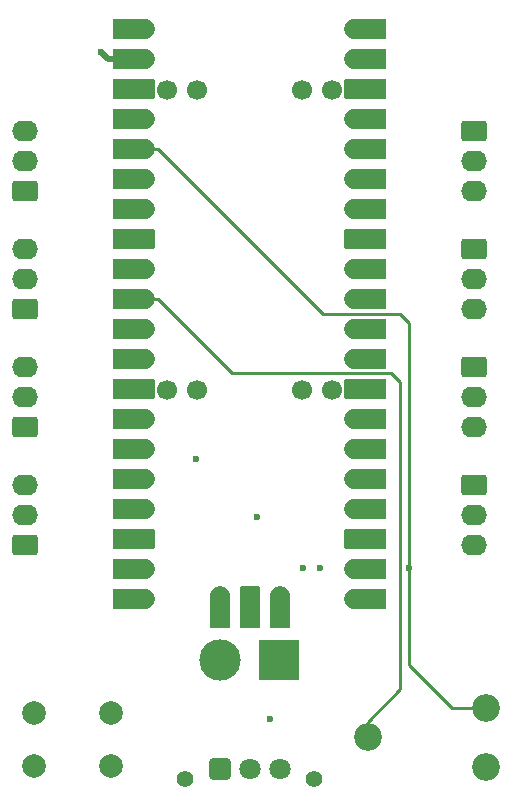
<source format=gbl>
%TF.GenerationSoftware,KiCad,Pcbnew,7.0.9*%
%TF.CreationDate,2023-11-19T18:12:56+00:00*%
%TF.ProjectId,12v-jelly,3132762d-6a65-46c6-9c79-2e6b69636164,rev?*%
%TF.SameCoordinates,Original*%
%TF.FileFunction,Copper,L4,Bot*%
%TF.FilePolarity,Positive*%
%FSLAX46Y46*%
G04 Gerber Fmt 4.6, Leading zero omitted, Abs format (unit mm)*
G04 Created by KiCad (PCBNEW 7.0.9) date 2023-11-19 18:12:56*
%MOMM*%
%LPD*%
G01*
G04 APERTURE LIST*
G04 Aperture macros list*
%AMRoundRect*
0 Rectangle with rounded corners*
0 $1 Rounding radius*
0 $2 $3 $4 $5 $6 $7 $8 $9 X,Y pos of 4 corners*
0 Add a 4 corners polygon primitive as box body*
4,1,4,$2,$3,$4,$5,$6,$7,$8,$9,$2,$3,0*
0 Add four circle primitives for the rounded corners*
1,1,$1+$1,$2,$3*
1,1,$1+$1,$4,$5*
1,1,$1+$1,$6,$7*
1,1,$1+$1,$8,$9*
0 Add four rect primitives between the rounded corners*
20,1,$1+$1,$2,$3,$4,$5,0*
20,1,$1+$1,$4,$5,$6,$7,0*
20,1,$1+$1,$6,$7,$8,$9,0*
20,1,$1+$1,$8,$9,$2,$3,0*%
%AMFreePoly0*
4,1,20,-1.750000,0.850000,0.900000,0.850000,1.014750,0.842219,1.193119,0.797860,1.357783,0.716195,1.501041,0.601041,1.616195,0.457783,1.697860,0.293119,1.742219,0.114750,1.750000,0.000000,1.742219,-0.114750,1.697860,-0.293119,1.616195,-0.457783,1.501041,-0.601041,1.357783,-0.716195,1.193119,-0.797860,1.014750,-0.842219,0.900000,-0.850000,-1.750000,-0.850000,-1.750000,0.850000,
-1.750000,0.850000,$1*%
%AMFreePoly1*
4,1,13,-1.750000,0.850000,1.580000,0.850000,1.645056,0.837060,1.700208,0.800208,1.737060,0.745056,1.750000,0.680000,1.750000,-0.680000,1.737060,-0.745056,1.700208,-0.800208,1.645056,-0.837060,1.580000,-0.850000,-1.750000,-0.850000,-1.750000,0.850000,-1.750000,0.850000,$1*%
%AMFreePoly2*
4,1,21,-1.750000,0.000000,-1.742219,0.114750,-1.697860,0.293119,-1.616195,0.457783,-1.501041,0.601041,-1.357783,0.716195,-1.193119,0.797860,-1.014750,0.842219,-0.900000,0.850000,1.750000,0.850000,1.750000,-0.850000,-0.900000,-0.850000,-1.014750,-0.842219,-1.193119,-0.797860,-1.357783,-0.716195,-1.501041,-0.601041,-1.616195,-0.457783,-1.697860,-0.293119,-1.742219,-0.114750,-1.750000,0.000000,
-1.750000,0.000000,-1.750000,0.000000,$1*%
%AMFreePoly3*
4,1,13,-1.750000,0.680000,-1.737060,0.745056,-1.700208,0.800208,-1.645056,0.837060,-1.580000,0.850000,1.750000,0.850000,1.750000,-0.850000,-1.580000,-0.850000,-1.645056,-0.837060,-1.700208,-0.800208,-1.737060,-0.745056,-1.750000,-0.680000,-1.750000,0.680000,-1.750000,0.680000,$1*%
G04 Aperture macros list end*
%TA.AperFunction,ComponentPad*%
%ADD10RoundRect,0.250000X-0.845000X0.620000X-0.845000X-0.620000X0.845000X-0.620000X0.845000X0.620000X0*%
%TD*%
%TA.AperFunction,ComponentPad*%
%ADD11O,2.190000X1.740000*%
%TD*%
%TA.AperFunction,ComponentPad*%
%ADD12C,1.700000*%
%TD*%
%TA.AperFunction,ComponentPad*%
%ADD13RoundRect,0.250000X0.845000X-0.620000X0.845000X0.620000X-0.845000X0.620000X-0.845000X-0.620000X0*%
%TD*%
%TA.AperFunction,ComponentPad*%
%ADD14C,2.000000*%
%TD*%
%TA.AperFunction,ComponentPad*%
%ADD15RoundRect,0.248400X-0.651600X-0.651600X0.651600X-0.651600X0.651600X0.651600X-0.651600X0.651600X0*%
%TD*%
%TA.AperFunction,ComponentPad*%
%ADD16C,1.800000*%
%TD*%
%TA.AperFunction,ComponentPad*%
%ADD17C,2.340000*%
%TD*%
%TA.AperFunction,SMDPad,CuDef*%
%ADD18FreePoly0,180.000000*%
%TD*%
%TA.AperFunction,SMDPad,CuDef*%
%ADD19FreePoly1,180.000000*%
%TD*%
%TA.AperFunction,SMDPad,CuDef*%
%ADD20FreePoly2,180.000000*%
%TD*%
%TA.AperFunction,SMDPad,CuDef*%
%ADD21FreePoly3,180.000000*%
%TD*%
%TA.AperFunction,SMDPad,CuDef*%
%ADD22FreePoly0,90.000000*%
%TD*%
%TA.AperFunction,SMDPad,CuDef*%
%ADD23FreePoly1,90.000000*%
%TD*%
%TA.AperFunction,ComponentPad*%
%ADD24C,1.400000*%
%TD*%
%TA.AperFunction,ComponentPad*%
%ADD25R,3.500000X3.500000*%
%TD*%
%TA.AperFunction,ComponentPad*%
%ADD26C,3.500000*%
%TD*%
%TA.AperFunction,ViaPad*%
%ADD27C,0.600000*%
%TD*%
%TA.AperFunction,Conductor*%
%ADD28C,0.500000*%
%TD*%
%TA.AperFunction,Conductor*%
%ADD29C,0.250000*%
%TD*%
G04 APERTURE END LIST*
D10*
%TO.P,J6,1,Pin_1*%
%TO.N,GND*%
X99000000Y-30460000D03*
D11*
%TO.P,J6,2,Pin_2*%
%TO.N,Net-(J6-Pin_2)*%
X99000000Y-33000000D03*
%TO.P,J6,3,Pin_3*%
%TO.N,+5V*%
X99000000Y-35540000D03*
%TD*%
D12*
%TO.P,U3,1,IN+*%
%TO.N,Net-(J1-Pin_2)*%
X73015000Y-52400000D03*
X75555000Y-52400000D03*
%TO.P,U3,2,IN-*%
%TO.N,Net-(J1-Pin_1)*%
X84445000Y-52400000D03*
X86985000Y-52400000D03*
%TO.P,U3,3,OUT+*%
%TO.N,+5V*%
X73015000Y-27000000D03*
X75555000Y-27000000D03*
%TO.P,U3,4,OUT-*%
%TO.N,GND*%
X84445000Y-27000000D03*
X86985000Y-27000000D03*
%TD*%
D13*
%TO.P,J8,1,Pin_1*%
%TO.N,GND*%
X61000000Y-45540000D03*
D11*
%TO.P,J8,2,Pin_2*%
%TO.N,Net-(J8-Pin_2)*%
X61000000Y-43000000D03*
%TO.P,J8,3,Pin_3*%
%TO.N,+5V*%
X61000000Y-40460000D03*
%TD*%
D14*
%TO.P,SW2,1,1*%
%TO.N,GND*%
X68250000Y-84250000D03*
X61750000Y-84250000D03*
%TO.P,SW2,2,2*%
%TO.N,/SW0*%
X68250000Y-79750000D03*
X61750000Y-79750000D03*
%TD*%
D10*
%TO.P,J5,1,Pin_1*%
%TO.N,GND*%
X99000000Y-40460000D03*
D11*
%TO.P,J5,2,Pin_2*%
%TO.N,Net-(J5-Pin_2)*%
X99000000Y-43000000D03*
%TO.P,J5,3,Pin_3*%
%TO.N,+5V*%
X99000000Y-45540000D03*
%TD*%
D13*
%TO.P,J9,1,Pin_1*%
%TO.N,GND*%
X61000000Y-55540000D03*
D11*
%TO.P,J9,2,Pin_2*%
%TO.N,Net-(J9-Pin_2)*%
X61000000Y-53000000D03*
%TO.P,J9,3,Pin_3*%
%TO.N,+5V*%
X61000000Y-50460000D03*
%TD*%
D13*
%TO.P,J7,1,Pin_1*%
%TO.N,GND*%
X61000000Y-35540000D03*
D11*
%TO.P,J7,2,Pin_2*%
%TO.N,Net-(J7-Pin_2)*%
X61000000Y-33000000D03*
%TO.P,J7,3,Pin_3*%
%TO.N,+5V*%
X61000000Y-30460000D03*
%TD*%
D13*
%TO.P,J10,1,Pin_1*%
%TO.N,GND*%
X61000000Y-65540000D03*
D11*
%TO.P,J10,2,Pin_2*%
%TO.N,Net-(J10-Pin_2)*%
X61000000Y-63000000D03*
%TO.P,J10,3,Pin_3*%
%TO.N,+5V*%
X61000000Y-60460000D03*
%TD*%
D10*
%TO.P,J4,1,Pin_1*%
%TO.N,GND*%
X98980000Y-50460000D03*
D11*
%TO.P,J4,2,Pin_2*%
%TO.N,Net-(J4-Pin_2)*%
X98980000Y-53000000D03*
%TO.P,J4,3,Pin_3*%
%TO.N,+5V*%
X98980000Y-55540000D03*
%TD*%
D10*
%TO.P,J3,1,Pin_1*%
%TO.N,GND*%
X99000000Y-60460000D03*
D11*
%TO.P,J3,2,Pin_2*%
%TO.N,Net-(J3-Pin_2)*%
X99000000Y-63000000D03*
%TO.P,J3,3,Pin_3*%
%TO.N,+5V*%
X99000000Y-65540000D03*
%TD*%
D15*
%TO.P,U4,1,OUT*%
%TO.N,/IR*%
X77460000Y-84500000D03*
D16*
%TO.P,U4,2,GND*%
%TO.N,GND*%
X80000000Y-84500000D03*
%TO.P,U4,3,Vs*%
%TO.N,Net-(U4-Vs)*%
X82540000Y-84500000D03*
%TD*%
D17*
%TO.P,RV1,1,1*%
%TO.N,+3V3*%
X100000000Y-79350000D03*
%TO.P,RV1,2,2*%
%TO.N,/POT*%
X90000000Y-81850000D03*
%TO.P,RV1,3,3*%
%TO.N,GND*%
X100000000Y-84350000D03*
%TD*%
D18*
%TO.P,U2,1,GPIO0*%
%TO.N,unconnected-(U2-GPIO0-Pad1)*%
X89790000Y-21870000D03*
%TO.P,U2,2,GPIO1*%
%TO.N,unconnected-(U2-GPIO1-Pad2)*%
X89790000Y-24410000D03*
D19*
%TO.P,U2,3,GND*%
%TO.N,GND*%
X89790000Y-26950000D03*
D18*
%TO.P,U2,4,GPIO2*%
%TO.N,unconnected-(U2-GPIO2-Pad4)*%
X89790000Y-29490000D03*
%TO.P,U2,5,GPIO3*%
%TO.N,unconnected-(U2-GPIO3-Pad5)*%
X89790000Y-32030000D03*
%TO.P,U2,6,GPIO4*%
%TO.N,unconnected-(U2-GPIO4-Pad6)*%
X89790000Y-34570000D03*
%TO.P,U2,7,GPIO5*%
%TO.N,unconnected-(U2-GPIO5-Pad7)*%
X89790000Y-37110000D03*
D19*
%TO.P,U2,8,GND*%
%TO.N,GND*%
X89790000Y-39650000D03*
D18*
%TO.P,U2,9,GPIO6*%
%TO.N,unconnected-(U2-GPIO6-Pad9)*%
X89790000Y-42190000D03*
%TO.P,U2,10,GPIO7*%
%TO.N,unconnected-(U2-GPIO7-Pad10)*%
X89790000Y-44730000D03*
%TO.P,U2,11,GPIO8*%
%TO.N,unconnected-(U2-GPIO8-Pad11)*%
X89790000Y-47270000D03*
%TO.P,U2,12,GPIO9*%
%TO.N,unconnected-(U2-GPIO9-Pad12)*%
X89790000Y-49810000D03*
D19*
%TO.P,U2,13,GND*%
%TO.N,GND*%
X89790000Y-52350000D03*
D18*
%TO.P,U2,14,GPIO10*%
%TO.N,unconnected-(U2-GPIO10-Pad14)*%
X89790000Y-54890000D03*
%TO.P,U2,15,GPIO11*%
%TO.N,unconnected-(U2-GPIO11-Pad15)*%
X89790000Y-57430000D03*
%TO.P,U2,16,GPIO12*%
%TO.N,unconnected-(U2-GPIO12-Pad16)*%
X89790000Y-59970000D03*
%TO.P,U2,17,GPIO13*%
%TO.N,unconnected-(U2-GPIO13-Pad17)*%
X89790000Y-62510000D03*
D19*
%TO.P,U2,18,GND*%
%TO.N,GND*%
X89790000Y-65050000D03*
D18*
%TO.P,U2,19,GPIO14*%
%TO.N,/SW0*%
X89790000Y-67590000D03*
%TO.P,U2,20,GPIO15*%
%TO.N,/IR*%
X89790000Y-70130000D03*
D20*
%TO.P,U2,21,GPIO16*%
%TO.N,/DATA*%
X70210000Y-70130000D03*
%TO.P,U2,22,GPIO17*%
%TO.N,/CLOCK*%
X70210000Y-67590000D03*
D21*
%TO.P,U2,23,GND*%
%TO.N,GND*%
X70210000Y-65050000D03*
D20*
%TO.P,U2,24,GPIO18*%
%TO.N,/LATCH*%
X70210000Y-62510000D03*
%TO.P,U2,25,GPIO19*%
%TO.N,unconnected-(U2-GPIO19-Pad25)*%
X70210000Y-59970000D03*
%TO.P,U2,26,GPIO20*%
%TO.N,unconnected-(U2-GPIO20-Pad26)*%
X70210000Y-57430000D03*
%TO.P,U2,27,GPIO21*%
%TO.N,unconnected-(U2-GPIO21-Pad27)*%
X70210000Y-54890000D03*
D21*
%TO.P,U2,28,GND*%
%TO.N,GND*%
X70210000Y-52350000D03*
D20*
%TO.P,U2,29,GPIO22*%
%TO.N,unconnected-(U2-GPIO22-Pad29)*%
X70210000Y-49810000D03*
%TO.P,U2,30,RUN*%
%TO.N,unconnected-(U2-RUN-Pad30)*%
X70210000Y-47270000D03*
%TO.P,U2,31,GPIO26_ADC0*%
%TO.N,/POT*%
X70210000Y-44730000D03*
%TO.P,U2,32,GPIO27_ADC1*%
%TO.N,unconnected-(U2-GPIO27_ADC1-Pad32)*%
X70210000Y-42190000D03*
D21*
%TO.P,U2,33,AGND*%
%TO.N,unconnected-(U2-AGND-Pad33)*%
X70210000Y-39650000D03*
D20*
%TO.P,U2,34,GPIO28_ADC2*%
%TO.N,unconnected-(U2-GPIO28_ADC2-Pad34)*%
X70210000Y-37110000D03*
%TO.P,U2,35,ADC_VREF*%
%TO.N,unconnected-(U2-ADC_VREF-Pad35)*%
X70210000Y-34570000D03*
%TO.P,U2,36,3V3*%
%TO.N,+3V3*%
X70210000Y-32030000D03*
%TO.P,U2,37,3V3_EN*%
%TO.N,unconnected-(U2-3V3_EN-Pad37)*%
X70210000Y-29490000D03*
D21*
%TO.P,U2,38,GND*%
%TO.N,GND*%
X70210000Y-26950000D03*
D20*
%TO.P,U2,39,VSYS*%
%TO.N,Net-(D1-K)*%
X70210000Y-24410000D03*
%TO.P,U2,40,VBUS*%
%TO.N,unconnected-(U2-VBUS-Pad40)*%
X70210000Y-21870000D03*
D22*
%TO.P,U2,41,SWCLK*%
%TO.N,unconnected-(U2-SWCLK-Pad41)*%
X82540000Y-70800000D03*
D23*
%TO.P,U2,42,GND*%
%TO.N,GND*%
X80000000Y-70800000D03*
D22*
%TO.P,U2,43,SWDIO*%
%TO.N,unconnected-(U2-SWDIO-Pad43)*%
X77460000Y-70800000D03*
%TD*%
D24*
%TO.P,J1,*%
%TO.N,*%
X74500000Y-85325000D03*
X85500000Y-85325000D03*
D25*
%TO.P,J1,1,Pin_1*%
%TO.N,Net-(J1-Pin_1)*%
X82500000Y-75325000D03*
D26*
%TO.P,J1,2,Pin_2*%
%TO.N,Net-(J1-Pin_2)*%
X77500000Y-75325000D03*
%TD*%
D27*
%TO.N,+5V*%
X81750000Y-80250000D03*
X84500000Y-67500000D03*
%TO.N,GND*%
X80600000Y-63200000D03*
X70200000Y-27000000D03*
X89800000Y-65000000D03*
X70200000Y-52400000D03*
X89800000Y-27000000D03*
X86000000Y-67500000D03*
X89800000Y-39600000D03*
X70200000Y-65000000D03*
X80000000Y-70800000D03*
X89800000Y-52300000D03*
X75500000Y-58250000D03*
%TO.N,Net-(D1-K)*%
X67450000Y-23850000D03*
%TO.N,+3V3*%
X93500000Y-67500000D03*
%TO.N,/SW0*%
X90160000Y-67590000D03*
%TO.N,/CLOCK*%
X69840000Y-67590000D03*
%TO.N,/LATCH*%
X69840000Y-62510000D03*
%TO.N,/DATA*%
X69840000Y-70130000D03*
%TO.N,/IR*%
X90160000Y-70130000D03*
%TD*%
D28*
%TO.N,Net-(D1-K)*%
X68010000Y-24410000D02*
X71110000Y-24410000D01*
X67450000Y-23850000D02*
X68010000Y-24410000D01*
D29*
%TO.N,+3V3*%
X93500000Y-75750000D02*
X97100000Y-79350000D01*
X93500000Y-46750000D02*
X93500000Y-67500000D01*
X92750000Y-46000000D02*
X93500000Y-46750000D01*
X72280000Y-32030000D02*
X86250000Y-46000000D01*
X71110000Y-32030000D02*
X72280000Y-32030000D01*
X97100000Y-79350000D02*
X100000000Y-79350000D01*
X86250000Y-46000000D02*
X92750000Y-46000000D01*
X93500000Y-67500000D02*
X93500000Y-75750000D01*
%TO.N,/POT*%
X92750000Y-51750000D02*
X92750000Y-77750000D01*
X91985000Y-50985000D02*
X92750000Y-51750000D01*
X72230000Y-44730000D02*
X78485000Y-50985000D01*
X78485000Y-50985000D02*
X91985000Y-50985000D01*
X90000000Y-80500000D02*
X90000000Y-81850000D01*
X92750000Y-77750000D02*
X90000000Y-80500000D01*
X71110000Y-44730000D02*
X72230000Y-44730000D01*
%TD*%
M02*

</source>
